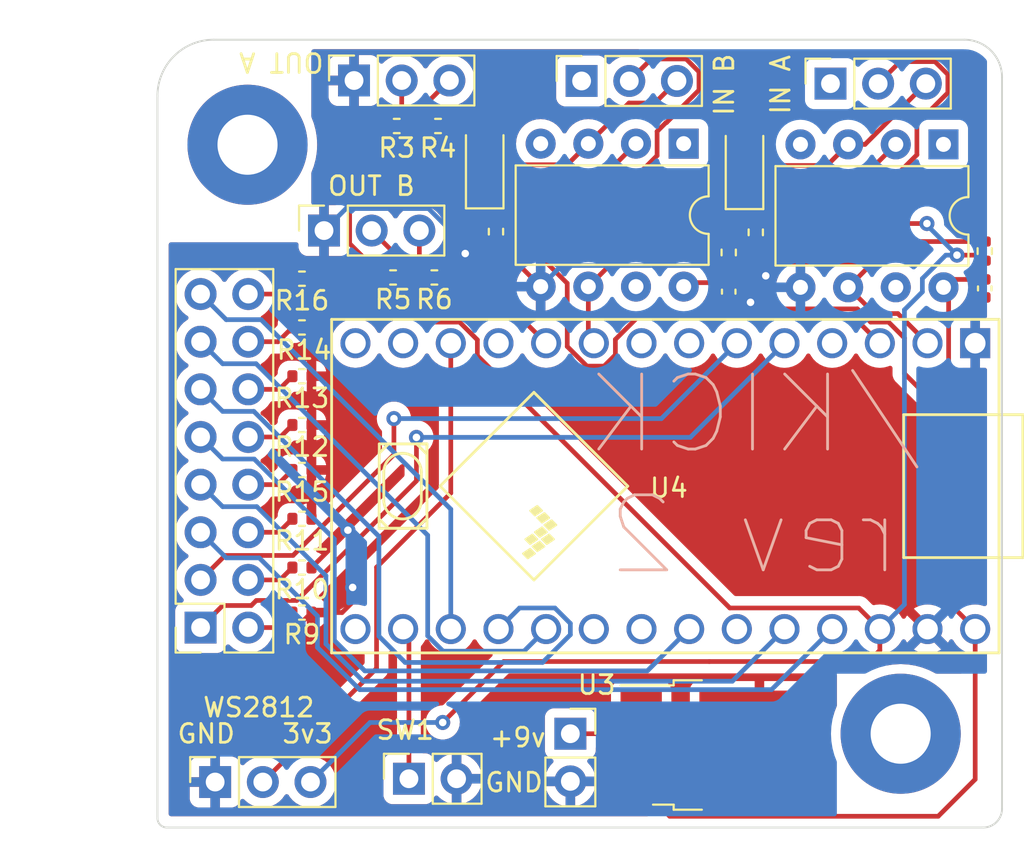
<source format=kicad_pcb>
(kicad_pcb (version 20211014) (generator pcbnew)
  (layers (0 "F.Cu" signal) (31 "B.Cu" signal) (34 "B.Paste" user) (35 "F.Paste" user) (36 "B.SilkS" user "B.Silkscreen") (37 "F.SilkS" user "F.Silkscreen") (38 "B.Mask" user) (39 "F.Mask" user) (44 "Edge.Cuts" user))
  (net 0 "")
  (net 1 "+5V")
  (net 2 "GND")
  (net 3 "Net-(D1-Pad1)")
  (net 4 "Net-(D1-Pad2)")
  (net 5 "Net-(D2-Pad1)")
  (net 6 "Net-(D2-Pad2)")
  (net 7 "+3V3")
  (net 8 "Net-(R4-Pad1)")
  (net 9 "Net-(R8-Pad1)")
  (net 15 "Net-(R6-Pad1)")
  (net 16 "Net-(R7-Pad1)")
  (net 22 "Net-(U4-Pad12)")
  (net 23 "Net-(J1-Pad2)")
  (net 24 "Net-(J2-Pad2)")
  (net 25 "Net-(J3-Pad2)")
  (net 26 "Net-(J3-Pad3)")
  (net 27 "Net-(J4-Pad2)")
  (net 28 "Net-(J4-Pad3)")
  (net 33 "Net-(J5-Pad1)")
  (net 37 "LED1")
  (net 39 "LED2")
  (net 40 "LED3")
  (net 41 "LED4")
  (net 42 "LED5")
  (net 43 "LED6")
  (net 44 "LED7")
  (net 45 "LED8")
  (net 46 "Net-(R12-Pad2)")
  (net 47 "Net-(R15-Pad2)")
  (net 48 "Net-(R11-Pad2)")
  (net 49 "Net-(R10-Pad2)")
  (net 50 "Net-(R9-Pad2)")
  (net 51 "Net-(U4-Pad21)")
  (net 52 "Net-(J6-Pad12)")
  (net 53 "Net-(J6-Pad14)")
  (net 54 "Net-(J6-Pad16)")
  (footprint "Resistor_SMD:R_0402_1005Metric" (layer "F.Cu") (at 213.95 62.6 180)
    (fp_text reference "R4" (at 0 -1.17) (layer "F.SilkS"))
    (fp_text value "47")
    (pad "1" smd roundrect (at -0.51 0 180) (size 0.54 0.64) (layers "F.Cu" "F.Paste" "F.Mask") (net 8 "Net-(R4-Pad1)"))
    (pad "2" smd roundrect (at 0.51 0 180) (size 0.54 0.64) (layers "F.Cu" "F.Paste" "F.Mask") (net 26 "Net-(J3-Pad3)"))
  )
  (footprint "Connector_PinSocket_2.54mm:PinSocket_1x03_P2.54mm_Vertical" (layer "F.Cu") (at 207.875 68.175 90)
    (fp_text reference "J4" hide)
    (fp_text value "MIDI OUT B")
    (pad "1" thru_hole rect (at 0 0 90) (size 1.7 1.7) (drill 1) (layers *.Cu *.Mask) (net 2 "GND"))
    (pad "2" thru_hole oval (at 0 2.54 90) (size 1.7 1.7) (drill 1) (layers *.Cu *.Mask) (net 27 "Net-(J4-Pad2)"))
    (pad "3" thru_hole oval (at 0 5.08 90) (size 1.7 1.7) (drill 1) (layers *.Cu *.Mask) (net 28 "Net-(J4-Pad3)"))
  )
  (footprint "Resistor_SMD:R_0402_1005Metric" (layer "F.Cu") (at 206.700001 86.14 180)
    (fp_text reference "R10" (at 0 -1.17) (layer "F.SilkS"))
    (fp_text value "330")
    (pad "1" smd roundrect (at -0.51 0 180) (size 0.54 0.64) (layers "F.Cu" "F.Paste" "F.Mask") (net 2 "GND"))
    (pad "2" smd roundrect (at 0.51 0 180) (size 0.54 0.64) (layers "F.Cu" "F.Paste" "F.Mask") (net 49 "Net-(R10-Pad2)"))
  )
  (footprint "Resistor_SMD:R_0402_1005Metric" (layer "F.Cu") (at 206.700001 88.54 180)
    (fp_text reference "R9" (at 0 -1.17) (layer "F.SilkS"))
    (fp_text value "330")
    (pad "1" smd roundrect (at -0.51 0 180) (size 0.54 0.64) (layers "F.Cu" "F.Paste" "F.Mask") (net 2 "GND"))
    (pad "2" smd roundrect (at 0.51 0 180) (size 0.54 0.64) (layers "F.Cu" "F.Paste" "F.Mask") (net 50 "Net-(R9-Pad2)"))
  )
  (footprint "Diode_SMD:D_SOD-123" (layer "F.Cu") (at 216.437745 64.742256 90)
    (fp_text reference "D1" hide)
    (fp_text value "1N4148")
    (pad "1" smd rect (at -1.65 0 90) (size 0.9 1.2) (layers "F.Cu" "F.Paste" "F.Mask") (net 3 "Net-(D1-Pad1)"))
    (pad "2" smd rect (at 1.65 0 90) (size 0.9 1.2) (layers "F.Cu" "F.Paste" "F.Mask") (net 4 "Net-(D1-Pad2)"))
  )
  (footprint "Resistor_SMD:R_0402_1005Metric" (layer "F.Cu") (at 243.08 69.27 -90)
    (fp_text reference "R8" hide)
    (fp_text value "470")
    (pad "1" smd roundrect (at -0.51 0 270) (size 0.54 0.64) (layers "F.Cu" "F.Paste" "F.Mask") (net 9 "Net-(R8-Pad1)"))
    (pad "2" smd roundrect (at 0.51 0 270) (size 0.54 0.64) (layers "F.Cu" "F.Paste" "F.Mask") (net 7 "+3V3"))
  )
  (footprint "Connector_PinSocket_2.54mm:PinSocket_1x03_P2.54mm_Vertical" (layer "F.Cu") (at 209.475 60.175 90)
    (fp_text reference "J3" hide)
    (fp_text value "MIDI OUT A")
    (pad "1" thru_hole rect (at 0 0 90) (size 1.7 1.7) (drill 1) (layers *.Cu *.Mask) (net 2 "GND"))
    (pad "2" thru_hole oval (at 0 2.54 90) (size 1.7 1.7) (drill 1) (layers *.Cu *.Mask) (net 25 "Net-(J3-Pad2)"))
    (pad "3" thru_hole oval (at 0 5.08 90) (size 1.7 1.7) (drill 1) (layers *.Cu *.Mask) (net 26 "Net-(J3-Pad3)"))
  )
  (footprint "Resistor_SMD:R_0402_1005Metric" (layer "F.Cu") (at 217.037745 68.232256 90)
    (fp_text reference "R1" hide)
    (fp_text value "220")
    (pad "1" smd roundrect (at -0.51 0 90) (size 0.54 0.64) (layers "F.Cu" "F.Paste" "F.Mask") (net 23 "Net-(J1-Pad2)"))
    (pad "2" smd roundrect (at 0.51 0 90) (size 0.54 0.64) (layers "F.Cu" "F.Paste" "F.Mask") (net 3 "Net-(D1-Pad1)"))
  )
  (footprint "Connector_PinSocket_2.54mm:PinSocket_1x02_P2.54mm_Vertical" (layer "F.Cu") (at 212.4 97.4 90)
    (fp_text reference "SW1" (at 2.6 -0.2 180) (layer "F.SilkS"))
    (fp_text value "SW_Push")
    (pad "1" thru_hole rect (at 0 0 90) (size 1.7 1.7) (drill 1) (layers *.Cu *.Mask) (net 51 "Net-(U4-Pad21)"))
    (pad "2" thru_hole oval (at 0 2.54 90) (size 1.7 1.7) (drill 1) (layers *.Cu *.Mask) (net 2 "GND"))
  )
  (footprint "Resistor_SMD:R_0402_1005Metric" (layer "F.Cu") (at 211.555 70.675 180)
    (fp_text reference "R5" (at 0 -1.17) (layer "F.SilkS"))
    (fp_text value "47")
    (pad "1" smd roundrect (at -0.51 0 180) (size 0.54 0.64) (layers "F.Cu" "F.Paste" "F.Mask") (net 27 "Net-(J4-Pad2)"))
    (pad "2" smd roundrect (at 0.51 0 180) (size 0.54 0.64) (layers "F.Cu" "F.Paste" "F.Mask") (net 7 "+3V3"))
  )
  (footprint "Resistor_SMD:R_0402_1005Metric" (layer "F.Cu") (at 213.755 70.675 180)
    (fp_text reference "R6" (at 0 -1.17) (layer "F.SilkS"))
    (fp_text value "47")
    (pad "1" smd roundrect (at -0.51 0 180) (size 0.54 0.64) (layers "F.Cu" "F.Paste" "F.Mask") (net 15 "Net-(R6-Pad1)"))
    (pad "2" smd roundrect (at 0.51 0 180) (size 0.54 0.64) (layers "F.Cu" "F.Paste" "F.Mask") (net 28 "Net-(J4-Pad3)"))
  )
  (footprint "Connector_PinSocket_2.54mm:PinSocket_1x03_P2.54mm_Vertical" (layer "F.Cu") (at 221.6 60.2 90)
    (fp_text reference "J1" hide)
    (fp_text value "MIDI IN B")
    (pad "1" thru_hole rect (at 0 0 90) (size 1.7 1.7) (drill 1) (layers *.Cu *.Mask))
    (pad "2" thru_hole oval (at 0 2.54 90) (size 1.7 1.7) (drill 1) (layers *.Cu *.Mask) (net 23 "Net-(J1-Pad2)"))
    (pad "3" thru_hole oval (at 0 5.08 90) (size 1.7 1.7) (drill 1) (layers *.Cu *.Mask) (net 4 "Net-(D1-Pad2)"))
  )
  (footprint "Connector_PinSocket_2.54mm:PinSocket_2x08_P2.54mm_Vertical" (layer "F.Cu") (at 201.300001 89.34 180)
    (fp_text reference "J6" hide)
    (fp_text value "Conn_02x08_Counter_Clockwise")
    (pad "1" thru_hole rect (at 0 0 180) (size 1.7 1.7) (drill 1) (layers *.Cu *.Mask) (net 37 "LED1"))
    (pad "2" thru_hole oval (at -2.54 0 180) (size 1.7 1.7) (drill 1) (layers *.Cu *.Mask) (net 50 "Net-(R9-Pad2)"))
    (pad "3" thru_hole oval (at 0 2.54 180) (size 1.7 1.7) (drill 1) (layers *.Cu *.Mask) (net 39 "LED2"))
    (pad "4" thru_hole oval (at -2.54 2.54 180) (size 1.7 1.7) (drill 1) (layers *.Cu *.Mask) (net 49 "Net-(R10-Pad2)"))
    (pad "5" thru_hole oval (at 0 5.08 180) (size 1.7 1.7) (drill 1) (layers *.Cu *.Mask) (net 40 "LED3"))
    (pad "6" thru_hole oval (at -2.54 5.08 180) (size 1.7 1.7) (drill 1) (layers *.Cu *.Mask) (net 48 "Net-(R11-Pad2)"))
    (pad "7" thru_hole oval (at 0 7.62 180) (size 1.7 1.7) (drill 1) (layers *.Cu *.Mask) (net 41 "LED4"))
    (pad "8" thru_hole oval (at -2.54 7.62 180) (size 1.7 1.7) (drill 1) (layers *.Cu *.Mask) (net 47 "Net-(R15-Pad2)"))
    (pad "9" thru_hole oval (at 0 10.16 180) (size 1.7 1.7) (drill 1) (layers *.Cu *.Mask) (net 42 "LED5"))
    (pad "10" thru_hole oval (at -2.54 10.16 180) (size 1.7 1.7) (drill 1) (layers *.Cu *.Mask) (net 46 "Net-(R12-Pad2)"))
    (pad "11" thru_hole oval (at 0 12.7 180) (size 1.7 1.7) (drill 1) (layers *.Cu *.Mask) (net 43 "LED6"))
    (pad "12" thru_hole oval (at -2.54 12.7 180) (size 1.7 1.7) (drill 1) (layers *.Cu *.Mask) (net 52 "Net-(J6-Pad12)"))
    (pad "13" thru_hole oval (at 0 15.24 180) (size 1.7 1.7) (drill 1) (layers *.Cu *.Mask) (net 44 "LED7"))
    (pad "14" thru_hole oval (at -2.54 15.24 180) (size 1.7 1.7) (drill 1) (layers *.Cu *.Mask) (net 53 "Net-(J6-Pad14)"))
    (pad "15" thru_hole oval (at 0 17.78 180) (size 1.7 1.7) (drill 1) (layers *.Cu *.Mask) (net 45 "LED8"))
    (pad "16" thru_hole oval (at -2.54 17.78 180) (size 1.7 1.7) (drill 1) (layers *.Cu *.Mask) (net 54 "Net-(J6-Pad16)"))
  )
  (footprint "clarinoid2:Teensy_LC" (layer "F.Cu") (at 226.06 81.8 180)
    (fp_text reference "U4" (at -0.19 -0.1 180) (layer "F.SilkS"))
    (fp_text value "Teensy-LC")
    (pad "1" thru_hole rect (at -16.51 7.62 180) (size 1.6 1.6) (drill 1.1) (layers *.Cu *.Mask) (net 2 "GND"))
    (pad "2" thru_hole circle (at -13.97 7.62 180) (size 1.6 1.6) (drill 1.1) (layers *.Cu *.Mask) (net 9 "Net-(R8-Pad1)"))
    (pad "3" thru_hole circle (at -11.43 7.62 180) (size 1.6 1.6) (drill 1.1) (layers *.Cu *.Mask) (net 8 "Net-(R4-Pad1)"))
    (pad "4" thru_hole circle (at -8.89 7.62 180) (size 1.6 1.6) (drill 1.1) (layers *.Cu *.Mask))
    (pad "5" thru_hole circle (at -6.35 7.62 180) (size 1.6 1.6) (drill 1.1) (layers *.Cu *.Mask) (net 37 "LED1"))
    (pad "6" thru_hole circle (at -3.81 7.62 180) (size 1.6 1.6) (drill 1.1) (layers *.Cu *.Mask) (net 39 "LED2"))
    (pad "7" thru_hole circle (at -1.27 7.62 180) (size 1.6 1.6) (drill 1.1) (layers *.Cu *.Mask))
    (pad "8" thru_hole circle (at 1.27 7.62 180) (size 1.6 1.6) (drill 1.1) (layers *.Cu *.Mask))
    (pad "9" thru_hole circle (at 3.81 7.62 180) (size 1.6 1.6) (drill 1.1) (layers *.Cu *.Mask) (net 16 "Net-(R7-Pad1)"))
    (pad "10" thru_hole circle (at 6.35 7.62 180) (size 1.6 1.6) (drill 1.1) (layers *.Cu *.Mask) (net 15 "Net-(R6-Pad1)"))
    (pad "11" thru_hole circle (at 8.89 7.62 180) (size 1.6 1.6) (drill 1.1) (layers *.Cu *.Mask))
    (pad "12" thru_hole circle (at 11.43 7.62 180) (size 1.6 1.6) (drill 1.1) (layers *.Cu *.Mask) (net 22 "Net-(U4-Pad12)"))
    (pad "13" thru_hole circle (at 13.97 7.62 180) (size 1.6 1.6) (drill 1.1) (layers *.Cu *.Mask))
    (pad "14" thru_hole circle (at 16.51 7.62 180) (size 1.6 1.6) (drill 1.1) (layers *.Cu *.Mask))
    (pad "20" thru_hole circle (at 16.51 -7.62 180) (size 1.6 1.6) (drill 1.1) (layers *.Cu *.Mask))
    (pad "21" thru_hole circle (at 13.97 -7.62 180) (size 1.6 1.6) (drill 1.1) (layers *.Cu *.Mask) (net 51 "Net-(U4-Pad21)"))
    (pad "22" thru_hole circle (at 11.43 -7.62 180) (size 1.6 1.6) (drill 1.1) (layers *.Cu *.Mask) (net 45 "LED8"))
    (pad "23" thru_hole circle (at 8.89 -7.62 180) (size 1.6 1.6) (drill 1.1) (layers *.Cu *.Mask) (net 43 "LED6"))
    (pad "24" thru_hole circle (at 6.35 -7.62 180) (size 1.6 1.6) (drill 1.1) (layers *.Cu *.Mask) (net 44 "LED7"))
    (pad "25" thru_hole circle (at 3.81 -7.62 180) (size 1.6 1.6) (drill 1.1) (layers *.Cu *.Mask))
    (pad "26" thru_hole circle (at 1.27 -7.62 180) (size 1.6 1.6) (drill 1.1) (layers *.Cu *.Mask))
    (pad "27" thru_hole circle (at -1.27 -7.62 180) (size 1.6 1.6) (drill 1.1) (layers *.Cu *.Mask) (net 42 "LED5"))
    (pad "28" thru_hole circle (at -3.81 -7.62 180) (size 1.6 1.6) (drill 1.1) (layers *.Cu *.Mask))
    (pad "29" thru_hole circle (at -6.35 -7.62 180) (size 1.6 1.6) (drill 1.1) (layers *.Cu *.Mask) (net 41 "LED4"))
    (pad "30" thru_hole circle (at -8.89 -7.62 180) (size 1.6 1.6) (drill 1.1) (layers *.Cu *.Mask) (net 40 "LED3"))
    (pad "31" thru_hole circle (at -11.43 -7.62 180) (size 1.6 1.6) (drill 1.1) (layers *.Cu *.Mask) (net 7 "+3V3"))
    (pad "32" thru_hole circle (at -13.97 -7.62 180) (size 1.6 1.6) (drill 1.1) (layers *.Cu *.Mask) (net 2 "GND"))
    (pad "33" thru_hole circle (at -16.51 -7.62 180) (size 1.6 1.6) (drill 1.1) (layers *.Cu *.Mask) (net 1 "+5V"))
  )
  (footprint "Connector_PinSocket_2.54mm:PinSocket_1x03_P2.54mm_Vertical" (layer "F.Cu") (at 234.86 60.342256 90)
    (fp_text reference "J2" hide)
    (fp_text value "MIDI IN A")
    (pad "1" thru_hole rect (at 0 0 90) (size 1.7 1.7) (drill 1) (layers *.Cu *.Mask))
    (pad "2" thru_hole oval (at 0 2.54 90) (size 1.7 1.7) (drill 1) (layers *.Cu *.Mask) (net 24 "Net-(J2-Pad2)"))
    (pad "3" thru_hole oval (at 0 5.08 90) (size 1.7 1.7) (drill 1) (layers *.Cu *.Mask) (net 6 "Net-(D2-Pad2)"))
  )
  (footprint "Resistor_SMD:R_0402_1005Metric" (layer "F.Cu") (at 230.88 68.27 90)
    (fp_text reference "R2" hide)
    (fp_text value "220")
    (pad "1" smd roundrect (at -0.51 0 90) (size 0.54 0.64) (layers "F.Cu" "F.Paste" "F.Mask") (net 24 "Net-(J2-Pad2)"))
    (pad "2" smd roundrect (at 0.51 0 90) (size 0.54 0.64) (layers "F.Cu" "F.Paste" "F.Mask") (net 5 "Net-(D2-Pad1)"))
  )
  (footprint "Resistor_SMD:R_0402_1005Metric" (layer "F.Cu") (at 206.700001 70.74 180)
    (fp_text reference "R16" (at 0 -1.17) (layer "F.SilkS"))
    (fp_text value "330")
    (pad "1" smd roundrect (at -0.51 0 180) (size 0.54 0.64) (layers "F.Cu" "F.Paste" "F.Mask") (net 2 "GND"))
    (pad "2" smd roundrect (at 0.51 0 180) (size 0.54 0.64) (layers "F.Cu" "F.Paste" "F.Mask") (net 54 "Net-(J6-Pad16)"))
  )
  (footprint "Capacitor_SMD:C_0402_1005Metric" (layer "F.Cu") (at 229.437745 71.432256 -90)
    (fp_text reference "C1" hide)
    (fp_text value "0.1uF")
    (pad "1" smd roundrect (at -0.48 0 270) (size 0.56 0.62) (layers "F.Cu" "F.Paste" "F.Mask") (net 1 "+5V"))
    (pad "2" smd roundrect (at 0.48 0 270) (size 0.56 0.62) (layers "F.Cu" "F.Paste" "F.Mask") (net 2 "GND"))
  )
  (footprint "Package_DIP:DIP-8_W7.62mm" (layer "F.Cu") (at 240.88 63.58 -90)
    (fp_text reference "U2" hide)
    (fp_text value "6N138")
    (pad "1" thru_hole rect (at 0 0 270) (size 1.6 1.6) (drill 0.8) (layers *.Cu *.Mask))
    (pad "2" thru_hole oval (at 0 2.54 270) (size 1.6 1.6) (drill 0.8) (layers *.Cu *.Mask) (net 5 "Net-(D2-Pad1)"))
    (pad "3" thru_hole oval (at 0 5.08 270) (size 1.6 1.6) (drill 0.8) (layers *.Cu *.Mask) (net 6 "Net-(D2-Pad2)"))
    (pad "4" thru_hole oval (at 0 7.62 270) (size 1.6 1.6) (drill 0.8) (layers *.Cu *.Mask))
    (pad "5" thru_hole oval (at 7.62 7.62 270) (size 1.6 1.6) (drill 0.8) (layers *.Cu *.Mask) (net 2 "GND"))
    (pad "6" thru_hole oval (at 7.62 5.08 270) (size 1.6 1.6) (drill 0.8) (layers *.Cu *.Mask) (net 9 "Net-(R8-Pad1)"))
    (pad "7" thru_hole oval (at 7.62 2.54 270) (size 1.6 1.6) (drill 0.8) (layers *.Cu *.Mask))
    (pad "8" thru_hole oval (at 7.62 0 270) (size 1.6 1.6) (drill 0.8) (layers *.Cu *.Mask) (net 1 "+5V"))
  )
  (footprint "Resistor_SMD:R_0402_1005Metric" (layer "F.Cu") (at 206.700001 75.94 180)
    (fp_text reference "R13" (at 0 -1.17) (layer "F.SilkS"))
    (fp_text value "330")
    (pad "1" smd roundrect (at -0.51 0 180) (size 0.54 0.64) (layers "F.Cu" "F.Paste" "F.Mask") (net 2 "GND"))
    (pad "2" smd roundrect (at 0.51 0 180) (size 0.54 0.64) (layers "F.Cu" "F.Paste" "F.Mask") (net 52 "Net-(J6-Pad12)"))
  )
  (footprint "Resistor_SMD:R_0402_1005Metric" (layer "F.Cu") (at 211.75 62.6 180)
    (fp_text reference "R3" (at 0 -1.17) (layer "F.SilkS"))
    (fp_text value "47")
    (pad "1" smd roundrect (at -0.51 0 180) (size 0.54 0.64) (layers "F.Cu" "F.Paste" "F.Mask") (net 25 "Net-(J3-Pad2)"))
    (pad "2" smd roundrect (at 0.51 0 180) (size 0.54 0.64) (layers "F.Cu" "F.Paste" "F.Mask") (net 7 "+3V3"))
  )
  (footprint "Resistor_SMD:R_0402_1005Metric" (layer "F.Cu") (at 206.700001 73.34 180)
    (fp_text reference "R14" (at -0.11 -1.2) (layer "F.SilkS"))
    (fp_text value "330")
    (pad "1" smd roundrect (at -0.51 0 180) (size 0.54 0.64) (layers "F.Cu" "F.Paste" "F.Mask") (net 2 "GND"))
    (pad "2" smd roundrect (at 0.51 0 180) (size 0.54 0.64) (layers "F.Cu" "F.Paste" "F.Mask") (net 53 "Net-(J6-Pad14)"))
  )
  (footprint "Diode_SMD:D_SOD-123" (layer "F.Cu") (at 230.28 64.78 90)
    (fp_text reference "D2" hide)
    (fp_text value "1N4148")
    (pad "1" smd rect (at -1.65 0 90) (size 0.9 1.2) (layers "F.Cu" "F.Paste" "F.Mask") (net 5 "Net-(D2-Pad1)"))
    (pad "2" smd rect (at 1.65 0 90) (size 0.9 1.2) (layers "F.Cu" "F.Paste" "F.Mask") (net 6 "Net-(D2-Pad2)"))
  )
  (footprint "Package_TO_SOT_SMD:TO-252-2" (layer "F.Cu") (at 228.975 95.6)
    (fp_text reference "U3" (at -6.575 -3.2) (layer "F.SilkS"))
    (fp_text value "L7805")
    (pad "1" smd rect (at -4.2 -2.28) (size 2.2 1.2) (layers "F.Cu" "F.Paste" "F.Mask") (net 33 "Net-(J5-Pad1)"))
    (pad "2" smd rect (at 2.1 0) (size 6.4 5.8) (layers "F.Cu" "F.Mask") (net 2 "GND"))
    (pad "3" smd rect (at -4.2 2.28) (size 2.2 1.2) (layers "F.Cu" "F.Paste" "F.Mask") (net 1 "+5V"))
  )
  (footprint "Resistor_SMD:R_0402_1005Metric" (layer "F.Cu") (at 206.700001 78.54 180)
    (fp_text reference "R12" (at 0 -1.17) (layer "F.SilkS"))
    (fp_text value "330")
    (pad "1" smd roundrect (at -0.51 0 180) (size 0.54 0.64) (layers "F.Cu" "F.Paste" "F.Mask") (net 2 "GND"))
    (pad "2" smd roundrect (at 0.51 0 180) (size 0.54 0.64) (layers "F.Cu" "F.Paste" "F.Mask") (net 46 "Net-(R12-Pad2)"))
  )
  (footprint "Capacitor_SMD:C_0402_1005Metric" (layer "F.Cu") (at 243.08 71.26 -90)
    (fp_text reference "C2" hide)
    (fp_text value "0.1uF")
    (pad "1" smd roundrect (at -0.48 0 270) (size 0.56 0.62) (layers "F.Cu" "F.Paste" "F.Mask") (net 1 "+5V"))
    (pad "2" smd roundrect (at 0.48 0 270) (size 0.56 0.62) (layers "F.Cu" "F.Paste" "F.Mask") (net 2 "GND"))
  )
  (footprint "Resistor_SMD:R_0402_1005Metric" (layer "F.Cu") (at 206.700001 80.94 180)
    (fp_text reference "R15" (at 0 -1.17) (layer "F.SilkS"))
    (fp_text value "330")
    (pad "1" smd roundrect (at -0.51 0 180) (size 0.54 0.64) (layers "F.Cu" "F.Paste" "F.Mask") (net 2 "GND"))
    (pad "2" smd roundrect (at 0.51 0 180) (size 0.54 0.64) (layers "F.Cu" "F.Paste" "F.Mask") (net 47 "Net-(R15-Pad2)"))
  )
  (footprint "Resistor_SMD:R_0402_1005Metric" (layer "F.Cu") (at 206.700001 83.54 180)
    (fp_text reference "R11" (at 0 -1.17) (layer "F.SilkS"))
    (fp_text value "330")
    (pad "1" smd roundrect (at -0.51 0 180) (size 0.54 0.64) (layers "F.Cu" "F.Paste" "F.Mask") (net 2 "GND"))
    (pad "2" smd roundrect (at 0.51 0 180) (size 0.54 0.64) (layers "F.Cu" "F.Paste" "F.Mask") (net 48 "Net-(R11-Pad2)"))
  )
  (footprint "MountingHole:MountingHole_3.2mm_M3_Pad" (layer "F.Cu") (at 238.6 95)
    (fp_text reference "H1" hide)
    (fp_text value "MountingHole")
    (pad "1" thru_hole circle (at 0 0) (size 6.4 6.4) (drill 3.2) (layers *.Cu *.Mask))
  )
  (footprint "Connector_PinSocket_2.54mm:PinSocket_1x03_P2.54mm_Vertical" (layer "F.Cu") (at 202.075 97.575 90)
    (fp_text reference "U5" hide)
    (fp_text value "WS2812")
    (pad "1" thru_hole rect (at 0 0 90) (size 1.7 1.7) (drill 1) (layers *.Cu *.Mask) (net 2 "GND"))
    (pad "2" thru_hole oval (at 0 2.54 90) (size 1.7 1.7) (drill 1) (layers *.Cu *.Mask) (net 22 "Net-(U4-Pad12)"))
    (pad "3" thru_hole oval (at 0 5.08 90) (size 1.7 1.7) (drill 1) (layers *.Cu *.Mask) (net 7 "+3V3"))
  )
  (footprint "MountingHole:MountingHole_3.2mm_M3_Pad" (layer "F.Cu") (at 203.8 63.6)
    (fp_text reference "H2" hide)
    (fp_text value "MountingHole")
    (pad "1" thru_hole circle (at 0 0) (size 6.4 6.4) (drill 3.2) (layers *.Cu *.Mask))
  )
  (footprint "Resistor_SMD:R_0402_1005Metric" (layer "F.Cu") (at 229.437745 69.342256 -90)
    (fp_text reference "R7" hide)
    (fp_text value "470")
    (pad "1" smd roundrect (at -0.51 0 270) (size 0.54 0.64) (layers "F.Cu" "F.Paste" "F.Mask") (net 16 "Net-(R7-Pad1)"))
    (pad "2" smd roundrect (at 0.51 0 270) (size 0.54 0.64) (layers "F.Cu" "F.Paste" "F.Mask") (net 7 "+3V3"))
  )
  (footprint "Connector_PinSocket_2.54mm:PinSocket_1x02_P2.54mm_Vertical" (layer "F.Cu") (at 221 95)
    (fp_text reference "J5" hide)
    (fp_text value "Barrel_Jack")
    (pad "1" thru_hole rect (at 0 0) (size 1.7 1.7) (drill 1) (layers *.Cu *.Mask) (net 33 "Net-(J5-Pad1)"))
    (pad "2" thru_hole oval (at 0 2.54) (size 1.7 1.7) (drill 1) (layers *.Cu *.Mask) (net 2 "GND"))
  )
  (footprint "Package_DIP:DIP-8_W7.62mm" (layer "F.Cu") (at 227.037745 63.542256 -90)
    (fp_text reference "U1" hide)
    (fp_text value "6N138")
    (pad "1" thru_hole rect (at 0 0 270) (size 1.6 1.6) (drill 0.8) (layers *.Cu *.Mask))
    (pad "2" thru_hole oval (at 0 2.54 270) (size 1.6 1.6) (drill 0.8) (layers *.Cu *.Mask) (net 3 "Net-(D1-Pad1)"))
    (pad "3" thru_hole oval (at 0 5.08 270) (size 1.6 1.6) (drill 0.8) (layers *.Cu *.Mask) (net 4 "Net-(D1-Pad2)"))
    (pad "4" thru_hole oval (at 0 7.62 270) (size 1.6 1.6) (drill 0.8) (layers *.Cu *.Mask))
    (pad "5" thru_hole oval (at 7.62 7.62 270) (size 1.6 1.6) (drill 0.8) (layers *.Cu *.Mask) (net 2 "GND"))
    (pad "6" thru_hole oval (at 7.62 5.08 270) (size 1.6 1.6) (drill 0.8) (layers *.Cu *.Mask) (net 16 "Net-(R7-Pad1)"))
    (pad "7" thru_hole oval (at 7.62 2.54 270) (size 1.6 1.6) (drill 0.8) (layers *.Cu *.Mask))
    (pad "8" thru_hole oval (at 7.62 0 270) (size 1.6 1.6) (drill 0.8) (layers *.Cu *.Mask) (net 1 "+5V"))
  )
  (gr_line (start 244 60) (end 244 99) (layer "Edge.Cuts") (width 0.1))
  (gr_arc (start 199 61) (mid 199.87868 58.87868) (end 202 58) (layer "Edge.Cuts") (width 0.1))
  (gr_line (start 199 99.5) (end 199 61) (layer "Edge.Cuts") (width 0.1))
  (gr_arc (start 199.5 100) (mid 199.146447 99.853553) (end 199 99.5) (layer "Edge.Cuts") (width 0.1))
  (gr_line (start 202 58) (end 242 58) (layer "Edge.Cuts") (width 0.1))
  (gr_line (start 243 100) (end 199.5 100) (layer "Edge.Cuts") (width 0.1))
  (gr_arc (start 244 99) (mid 243.707107 99.707107) (end 243 100) (layer "Edge.Cuts") (width 0.1))
  (gr_arc (start 242 58) (mid 243.414214 58.585786) (end 244 60) (layer "Edge.Cuts") (width 0.1))
  (gr_text "/KICK\nrev 2" (at 230.8 81.2) (layer "B.SilkS") (effects (font (size 4 4)) (justify mirror)))
  (gr_text "GND" (at 201.6 95) (layer "F.SilkS") (effects (font (size 1 1))))
  (gr_text "OUT A" (at 205.6 59.2 180) (layer "F.SilkS") (effects (font (size 1 1))))
  (gr_text "+9v" (at 218.2 95.2) (layer "F.SilkS") (effects (font (size 1 1))))
  (gr_text "IN A" (at 232.2 60.4 90) (layer "F.SilkS") (effects (font (size 1 1))))
  (gr_text "IN B" (at 229.2 60.4 90) (layer "F.SilkS") (effects (font (size 1 1))))
  (gr_text "WS2812" (at 204.4 93.6) (layer "F.SilkS") (effects (font (size 1 1))))
  (gr_text "3v3" (at 207 95) (layer "F.SilkS") (effects (font (size 1 1))))
  (gr_text "OUT B" (at 210.4 65.8) (layer "F.SilkS") (effects (font (size 1 1))))
  (gr_text "GND" (at 218 97.6) (layer "F.SilkS") (effects (font (size 1 1))))
  (segment (start 226.295 99.4) (end 240.6 99.4) (width 0.25) (layer "F.Cu") (net 1))
  (segment (start 241.154511 71.474511) (end 241.154511 78.154511) (width 0.25) (layer "F.Cu") (net 1))
  (segment (start 243.08 70.78) (end 241.3 70.78) (width 0.25) (layer "F.Cu") (net 1))
  (segment (start 229.437745 70.952256) (end 227.247745 70.952256) (width 0.25) (layer "F.Cu") (net 1))
  (segment (start 236.296198 72.35048) (end 232.15048 72.35048) (width 0.25) (layer "F.Cu") (net 1))
  (segment (start 240.6 99.4) (end 242.57 97.43) (width 0.25) (layer "F.Cu") (net 1))
  (segment (start 241.154511 78.154511) (end 241.154511 88.004511) (width 0.25) (layer "F.Cu") (net 1))
  (segment (start 238.8 73.8997) (end 237.955789 73.055489) (width 0.25) (layer "F.Cu") (net 1))
  (segment (start 227.247745 70.952256) (end 227.037745 71.162256) (width 0.25) (layer "F.Cu") (net 1))
  (segment (start 237.955789 73.055489) (end 237.001207 73.055489) (width 0.25) (layer "F.Cu") (net 1))
  (segment (start 238.8 75.8) (end 238.8 73.8997) (width 0.25) (layer "F.Cu") (net 1))
  (segment (start 232.15048 72.35048) (end 230.752256 70.952256) (width 0.25) (layer "F.Cu") (net 1))
  (segment (start 240.88 71.2) (end 241.154511 71.474511) (width 0.25) (layer "F.Cu") (net 1))
  (segment (start 230.752256 70.952256) (end 229.437745 70.952256) (width 0.25) (layer "F.Cu") (net 1))
  (segment (start 224.775 97.88) (end 226.295 99.4) (width 0.25) (layer "F.Cu") (net 1))
  (segment (start 242.57 97.43) (end 242.57 89.42) (width 0.25) (layer "F.Cu") (net 1))
  (segment (start 241.154511 88.004511) (end 242.57 89.42) (width 0.25) (layer "F.Cu") (net 1))
  (segment (start 241.3 70.78) (end 240.88 71.2) (width 0.25) (layer "F.Cu") (net 1))
  (segment (start 237.001207 73.055489) (end 236.296198 72.35048) (width 0.25) (layer "F.Cu") (net 1))
  (segment (start 241.154511 78.154511) (end 238.8 75.8) (width 0.25) (layer "F.Cu") (net 1))
  (segment (start 216.161691 70.161691) (end 215.4 69.4) (width 0.25) (layer "F.Cu") (net 2))
  (segment (start 233.26 71.2) (end 232.024598 71.2) (width 0.25) (layer "F.Cu") (net 2))
  (segment (start 209.4 87.2) (end 209.4 87.9797) (width 0.25) (layer "F.Cu") (net 2))
  (segment (start 229.437745 71.912256) (end 230.512256 71.912256) (width 0.25) (layer "F.Cu") (net 2))
  (segment (start 209.4 87.9797) (end 208.8397 88.54) (width 0.25) (layer "F.Cu") (net 2))
  (segment (start 209.147631 84.20237) (end 209.147631 84.147631) (width 0.25) (layer "F.Cu") (net 2))
  (segment (start 232.024598 71.2) (end 231.412299 70.587701) (width 0.25) (layer "F.Cu") (net 2))
  (segment (start 202.075 93.675001) (end 202.075 97.575) (width 0.25) (layer "F.Cu") (net 2))
  (segment (start 207.210001 88.54) (end 202.075 93.675001) (width 0.25) (layer "F.Cu") (net 2))
  (segment (start 207.210001 86.14) (end 209.147631 84.20237) (width 0.25) (layer "F.Cu") (net 2))
  (segment (start 208.8397 88.54) (end 207.210001 88.54) (width 0.25) (layer "F.Cu") (net 2))
  (segment (start 219.417745 71.162256) (end 218.41718 70.161691) (width 0.25) (layer "F.Cu") (net 2))
  (segment (start 218.41718 70.161691) (end 216.161691 70.161691) (width 0.25) (layer "F.Cu") (net 2))
  (segment (start 230.512256 71.912256) (end 230.6 72) (width 0.25) (layer "F.Cu") (net 2))
  (via (at 231.412299 70.587701) (size 0.8) (drill 0.4) (layers "F.Cu" "B.Cu") (net 2))
  (via (at 209.4 87.2) (size 0.8) (drill 0.4) (layers "F.Cu" "B.Cu") (net 2))
  (via (at 230.6 72) (size 0.8) (drill 0.4) (layers "F.Cu" "B.Cu") (net 2))
  (via (at 215.4 69.4) (size 0.8) (drill 0.4) (layers "F.Cu" "B.Cu") (net 2))
  (via (at 209.147631 84.147631) (size 0.8) (drill 0.4) (layers "F.Cu" "B.Cu") (net 2))
  (segment (start 209.049511 67.000489) (end 207.875 68.175) (width 0.25) (layer "B.Cu") (net 2))
  (segment (start 213.441499 67.000489) (end 209.049511 67.000489) (width 0.25) (layer "B.Cu") (net 2))
  (segment (start 230.862343 70.037745) (end 220.542256 70.037745) (width 0.25) (layer "B.Cu") (net 2))
  (segment (start 231.412299 70.587701) (end 230.862343 70.037745) (width 0.25) (layer "B.Cu") (net 2))
  (segment (start 220.542256 70.037745) (end 219.417745 71.162256) (width 0.25) (layer "B.Cu") (net 2))
  (segment (start 215.4 69.4) (end 215.4 68.95899) (width 0.25) (layer "B.Cu") (net 2))
  (segment (start 209.147631 84.147631) (end 209.147631 86.947631) (width 0.25) (layer "B.Cu") (net 2))
  (segment (start 215.4 68.95899) (end 213.441499 67.000489) (width 0.25) (layer "B.Cu") (net 2))
  (segment (start 230.6 71.4) (end 231.412299 70.587701) (width 0.25) (layer "B.Cu") (net 2))
  (segment (start 209.147631 86.947631) (end 209.4 87.2) (width 0.25) (layer "B.Cu") (net 2))
  (segment (start 230.6 72) (end 230.6 71.4) (width 0.25) (layer "B.Cu") (net 2))
  (segment (start 216.437745 67.122256) (end 217.037745 67.722256) (width 0.25) (layer "F.Cu") (net 3))
  (segment (start 224.497745 63.542256) (end 221.647745 66.392256) (width 0.25) (layer "F.Cu") (net 3))
  (segment (start 221.647745 66.392256) (end 216.437745 66.392256) (width 0.25) (layer "F.Cu") (net 3))
  (segment (start 216.437745 66.392256) (end 216.437745 67.122256) (width 0.25) (layer "F.Cu") (net 3))
  (segment (start 216.437745 63.092256) (end 218.012256 64.666767) (width 0.25) (layer "F.Cu") (net 4))
  (segment (start 220.833234 64.666767) (end 221.957745 63.542256) (width 0.25) (layer "F.Cu") (net 4))
  (segment (start 226.68 60.2) (end 225.505489 61.374511) (width 0.25) (layer "F.Cu") (net 4))
  (segment (start 225.505489 61.374511) (end 224.12549 61.374511) (width 0.25) (layer "F.Cu") (net 4))
  (segment (start 218.012256 64.666767) (end 220.833234 64.666767) (width 0.25) (layer "F.Cu") (net 4))
  (segment (start 224.12549 61.374511) (end 221.957745 63.542256) (width 0.25) (layer "F.Cu") (net 4))
  (segment (start 230.28 66.43) (end 230.28 67.16) (width 0.25) (layer "F.Cu") (net 5))
  (segment (start 235.49 66.43) (end 230.28 66.43) (width 0.25) (layer "F.Cu") (net 5))
  (segment (start 238.34 63.58) (end 235.49 66.43) (width 0.25) (layer "F.Cu") (net 5))
  (segment (start 230.28 67.16) (end 230.88 67.76) (width 0.25) (layer "F.Cu") (net 5))
  (segment (start 235.8 63.58) (end 234.675489 64.704511) (width 0.25) (layer "F.Cu") (net 6))
  (segment (start 239.94 60.342256) (end 236.702256 63.58) (width 0.25) (layer "F.Cu") (net 6))
  (segment (start 234.675489 64.704511) (end 231.854511 64.704511) (width 0.25) (layer "F.Cu") (net 6))
  (segment (start 236.702256 63.58) (end 235.8 63.58) (width 0.25) (layer "F.Cu") (net 6))
  (segment (start 231.854511 64.704511) (end 230.28 63.13) (width 0.25) (layer "F.Cu") (net 6))
  (segment (start 229.495489 88.295489) (end 236.365489 88.295489) (width 0.25) (layer "F.Cu") (net 7))
  (segment (start 209.240489 66.759511) (end 209.240489 68.870489) (width 0.25) (layer "F.Cu") (net 7))
  (segment (start 211.24 62.6) (end 211.24 64.76) (width 0.25) (layer "F.Cu") (net 7))
  (segment (start 236.89089 91.15048) (end 228.4 91.15048) (width 0.25) (layer "F.Cu") (net 7))
  (segment (start 211.24 64.76) (end 209.240489 66.759511) (width 0.25) (layer "F.Cu") (net 7))
  (segment (start 242.7845 69.4845) (end 243.08 69.78) (width 0.25) (layer "F.Cu") (net 7))
  (segment (start 237.49 90.55137) (end 236.89089 91.15048) (width 0.25) (layer "F.Cu") (net 7))
  (segment (start 215.100978 73.055489) (end 216.045489 74) (width 0.25) (layer "F.Cu") (net 7))
  (segment (start 236.365489 88.295489) (end 237.49 89.42) (width 0.25) (layer "F.Cu") (net 7))
  (segment (start 228.4 91.15048) (end 217.44952 91.15048) (width 0.25) (layer "F.Cu") (net 7))
  (segment (start 209.240489 68.870489) (end 211.045 70.675) (width 0.25) (layer "F.Cu") (net 7))
  (segment (start 216.045489 74) (end 216.045489 74.845489) (width 0.25) (layer "F.Cu") (net 7))
  (segment (start 216.045489 74.845489) (end 229.495489 88.295489) (width 0.25) (layer "F.Cu") (net 7))
  (segment (start 211.045 70.675) (end 213.425489 73.055489) (width 0.25) (layer "F.Cu") (net 7))
  (segment (start 217.44952 91.15048) (end 214.2 94.4) (width 0.25) (layer "F.Cu") (net 7))
  (segment (start 213.425489 73.055489) (end 215.100978 73.055489) (width 0.25) (layer "F.Cu") (net 7))
  (segment (start 238.564283 67.8) (end 240 67.8) (width 0.25) (layer "F.Cu") (net 7))
  (segment (start 241.6 69.4845) (end 242.7845 69.4845) (width 0.25) (layer "F.Cu") (net 7))
  (segment (start 237.49 89.42) (end 237.49 90.55137) (width 0.25) (layer "F.Cu") (net 7))
  (segment (start 229.437745 69.852256) (end 236.512026 69.852256) (width 0.25) (layer "F.Cu") (net 7))
  (segment (start 236.512026 69.852256) (end 238.564283 67.8) (width 0.25) (layer "F.Cu") (net 7))
  (via (at 240 67.8) (size 0.8) (drill 0.4) (layers "F.Cu" "B.Cu") (net 7))
  (via (at 241.6 69.4845) (size 0.8) (drill 0.4) (layers "F.Cu" "B.Cu") (net 7))
  (via (at 214.2 94.4) (size 0.8) (drill 0.4) (layers "F.Cu" "B.Cu") (net 7))
  (segment (start 239.755489 70.734211) (end 241.0052 69.4845) (width 0.25) (layer "B.Cu") (net 7))
  (segment (start 239.755489 71.444511) (end 239.755489 70.734211) (width 0.25) (layer "B.Cu") (net 7))
  (segment (start 210.33 94.4) (end 207.155 97.575) (width 0.25) (layer "B.Cu") (net 7))
  (segment (start 238.8 88.11) (end 238.8 72.4) (width 0.25) (layer "B.Cu") (net 7))
  (segment (start 240 67.8845) (end 241.6 69.4845) (width 0.25) (layer "B.Cu") (net 7))
  (segment (start 240 67.8) (end 240 67.8845) (width 0.25) (layer "B.Cu") (net 7))
  (segment (start 241.0052 69.4845) (end 241.6 69.4845) (width 0.25) (layer "B.Cu") (net 7))
  (segment (start 214.2 94.4) (end 210.33 94.4) (width 0.25) (layer "B.Cu") (net 7))
  (segment (start 238.8 72.4) (end 239.755489 71.444511) (width 0.25) (layer "B.Cu") (net 7))
  (segment (start 237.49 89.42) (end 238.8 88.11) (width 0.25) (layer "B.Cu") (net 7))
  (segment (start 220.834511 74.354811) (end 221.8797 75.4) (width 0.25) (layer "F.Cu") (net 8))
  (segment (start 221.8797 75.4) (end 222.8 75.4) (width 0.25) (layer "F.Cu") (net 8))
  (segment (start 220.834511 73.234511) (end 220.834511 74.354811) (width 0.25) (layer "F.Cu") (net 8))
  (segment (start 224.5797 72.8) (end 236.11 72.8) (width 0.25) (layer "F.Cu") (net 8))
  (segment (start 220.833234 73.233234) (end 220.833234 70.987445) (width 0.25) (layer "F.Cu") (net 8))
  (segment (start 219.245789 69.4) (end 216.72 69.4) (width 0.25) (layer "F.Cu") (net 8))
  (segment (start 215.2 67.88) (end 215.2 63.34) (width 0.25) (layer "F.Cu") (net 8))
  (segment (start 220.833234 73.233234) (end 220.834511 73.234511) (width 0.25) (layer "F.Cu") (net 8))
  (segment (start 223.4 74.8) (end 223.4 73.9797) (width 0.25) (layer "F.Cu") (net 8))
  (segment (start 222.8 75.4) (end 223.4 74.8) (width 0.25) (layer "F.Cu") (net 8))
  (segment (start 223.4 73.9797) (end 224.5797 72.8) (width 0.25) (layer "F.Cu") (net 8))
  (segment (start 216.72 69.4) (end 215.2 67.88) (width 0.25) (layer "F.Cu") (net 8))
  (segment (start 215.2 63.34) (end 214.46 62.6) (width 0.25) (layer "F.Cu") (net 8))
  (segment (start 236.11 72.8) (end 237.49 74.18) (width 0.25) (layer "F.Cu") (net 8))
  (segment (start 220.833234 70.987445) (end 219.245789 69.4) (width 0.25) (layer "F.Cu") (net 8))
  (segment (start 237.2 72.6) (end 238.45 72.6) (width 0.25) (layer "F.Cu") (net 9))
  (segment (start 235.8 71.2) (end 237.2 72.6) (width 0.25) (layer "F.Cu") (net 9))
  (segment (start 238.24 68.76) (end 235.8 71.2) (width 0.25) (layer "F.Cu") (net 9))
  (segment (start 243.08 68.76) (end 238.24 68.76) (width 0.25) (layer "F.Cu") (net 9))
  (segment (start 238.45 72.6) (end 240.03 74.18) (width 0.25) (layer "F.Cu") (net 9))
  (segment (start 216.205 70.675) (end 219.71 74.18) (width 0.25) (layer "F.Cu") (net 15))
  (segment (start 214.265 70.675) (end 216.205 70.675) (width 0.25) (layer "F.Cu") (net 15))
  (segment (start 229.437745 68.832256) (end 224.287745 68.832256) (width 0.25) (layer "F.Cu") (net 16))
  (segment (start 221.957745 73.887745) (end 222.25 74.18) (width 0.25) (layer "F.Cu") (net 16))
  (segment (start 224.287745 68.832256) (end 221.957745 71.162256) (width 0.25) (layer "F.Cu") (net 16))
  (segment (start 221.957745 71.162256) (end 221.957745 73.887745) (width 0.25) (layer "F.Cu") (net 16))
  (segment (start 214.63 82.17) (end 214.63 74.18) (width 0.25) (layer "F.Cu") (net 22))
  (segment (start 210.674511 86.125489) (end 214.63 82.17) (width 0.25) (layer "F.Cu") (net 22))
  (segment (start 204.615 97.575) (end 210.674511 91.515489) (width 0.25) (layer "F.Cu") (net 22))
  (segment (start 210.674511 91.515489) (end 210.674511 86.125489) (width 0.25) (layer "F.Cu") (net 22))
  (segment (start 225.622256 62.890978) (end 225.622256 64.177744) (width 0.25) (layer "F.Cu") (net 23))
  (segment (start 226.095489 62.417745) (end 225.622256 62.890978) (width 0.25) (layer "F.Cu") (net 23))
  (segment (start 227.854511 59.713501) (end 227.854511 60.686499) (width 0.25) (layer "F.Cu") (net 23))
  (segment (start 227.166499 59.025489) (end 227.854511 59.713501) (width 0.25) (layer "F.Cu") (net 23))
  (segment (start 224.14 60.2) (end 225.314511 59.025489) (width 0.25) (layer "F.Cu") (net 23))
  (segment (start 226.123265 62.417745) (end 226.095489 62.417745) (width 0.25) (layer "F.Cu") (net 23))
  (segment (start 227.854511 60.686499) (end 226.123265 62.417745) (width 0.25) (layer "F.Cu") (net 23))
  (segment (start 221.057744 68.742256) (end 217.037745 68.742256) (width 0.25) (layer "F.Cu") (net 23))
  (segment (start 225.622256 64.177744) (end 221.057744 68.742256) (width 0.25) (layer "F.Cu") (net 23))
  (segment (start 225.314511 59.025489) (end 227.166499 59.025489) (width 0.25) (layer "F.Cu") (net 23))
  (segment (start 234.82 68.78) (end 230.88 68.78) (width 0.25) (layer "F.Cu") (net 24))
  (segment (start 239.464511 62.478755) (end 239.464511 64.135489) (width 0.25) (layer "F.Cu") (net 24))
  (segment (start 241.114511 60.828755) (end 239.464511 62.478755) (width 0.25) (layer "F.Cu") (net 24))
  (segment (start 237.4 60.342256) (end 238.574511 59.167745) (width 0.25) (layer "F.Cu") (net 24))
  (segment (start 240.426499 59.167745) (end 241.114511 59.855757) (width 0.25) (layer "F.Cu") (net 24))
  (segment (start 241.114511 59.855757) (end 241.114511 60.828755) (width 0.25) (layer "F.Cu") (net 24))
  (segment (start 238.574511 59.167745) (end 240.426499 59.167745) (width 0.25) (layer "F.Cu") (net 24))
  (segment (start 239.464511 64.135489) (end 234.82 68.78) (width 0.25) (layer "F.Cu") (net 24))
  (segment (start 212.015 60.175) (end 212.015 62.355) (width 0.25) (layer "F.Cu") (net 25))
  (segment (start 212.015 62.355) (end 212.26 62.6) (width 0.25) (layer "F.Cu") (net 25))
  (segment (start 213.44 61.29) (end 213.44 62.6) (width 0.25) (layer "F.Cu") (net 26))
  (segment (start 214.555 60.175) (end 213.44 61.29) (width 0.25) (layer "F.Cu") (net 26))
  (segment (start 212.065 69.825) (end 212.065 70.675) (width 0.25) (layer "F.Cu") (net 27))
  (segment (start 210.415 68.175) (end 212.065 69.825) (width 0.25) (layer "F.Cu") (net 27))
  (segment (start 212.955 68.175) (end 212.955 70.385) (width 0.25) (layer "F.Cu") (net 28))
  (segment (start 212.955 70.385) (end 213.245 70.675) (width 0.25) (layer "F.Cu") (net 28))
  (segment (start 221 95) (end 223.095 95) (width 0.25) (layer "F.Cu") (net 33))
  (segment (start 223.095 95) (end 224.775 93.32) (width 0.25) (layer "F.Cu") (net 33))
  (segment (start 204 88.165489) (end 202.474512 88.165489) (width 0.25) (layer "F.Cu") (net 37))
  (segment (start 204.270009 87.89548) (end 204 88.165489) (width 0.25) (layer "F.Cu") (net 37))
  (segment (start 206.42438 87.89548) (end 204.270009 87.89548) (width 0.25) (layer "F.Cu") (net 37))
  (segment (start 212.8 81.51986) (end 206.42438 87.89548) (width 0.25) (layer "F.Cu") (net 37))
  (segment (start 202.474512 88.165489) (end 201.300001 89.34) (width 0.25) (layer "F.Cu") (net 37))
  (segment (start 212.8 79.2) (end 212.8 81.51986) (width 0.25) (layer "F.Cu") (net 37))
  (via (at 212.8 79.2) (size 0.8) (drill 0.4) (layers "F.Cu" "B.Cu") (net 37))
  (segment (start 227.39 79.2) (end 212.8 79.2) (width 0.25) (layer "B.Cu") (net 37))
  (segment (start 232.41 74.18) (end 227.39 79.2) (width 0.25) (layer "B.Cu") (net 37))
  (segment (start 211.6 80.11986) (end 206.22438 85.49548) (width 0.25) (layer "F.Cu") (net 39))
  (segment (start 211.6 78.2) (end 211.6 80.11986) (width 0.25) (layer "F.Cu") (net 39))
  (segment (start 206.22438 85.49548) (end 202.604521 85.49548) (width 0.25) (layer "F.Cu") (net 39))
  (segment (start 202.604521 85.49548) (end 201.300001 86.8) (width 0.25) (layer "F.Cu") (net 39))
  (via (at 211.6 78.2) (size 0.8) (drill 0.4) (layers "F.Cu" "B.Cu") (net 39))
  (segment (start 225.85 78.2) (end 211.6 78.2) (width 0.25) (layer "B.Cu") (net 39))
  (segment (start 229.87 74.18) (end 225.85 78.2) (width 0.25) (layer "B.Cu") (net 39))
  (segment (start 207.526449 88.726449) (end 207.526449 90.397884) (width 0.25) (layer "B.Cu") (net 40))
  (segment (start 207.526449 90.397884) (end 209.778086 92.64952) (width 0.25) (layer "B.Cu") (net 40))
  (segment (start 209.778086 92.64952) (end 231.72048 92.64952) (width 0.25) (layer "B.Cu") (net 40))
  (segment (start 204.425489 85.625489) (end 207.526449 88.726449) (width 0.25) (layer "B.Cu") (net 40))
  (segment (start 202.66549 85.625489) (end 204.425489 85.625489) (width 0.25) (layer "B.Cu") (net 40))
  (segment (start 201.300001 84.26) (end 202.66549 85.625489) (width 0.25) (layer "B.Cu") (net 40))
  (segment (start 231.72048 92.64952) (end 234.95 89.42) (width 0.25) (layer "B.Cu") (net 40))
  (segment (start 202.474512 82.894511) (end 204.294511 82.894511) (width 0.25) (layer "B.Cu") (net 41))
  (segment (start 201.300001 81.72) (end 202.474512 82.894511) (width 0.25) (layer "B.Cu") (net 41))
  (segment (start 207.975969 86.575969) (end 207.975969 90.211686) (width 0.25) (layer "B.Cu") (net 41))
  (segment (start 209.964283 92.2) (end 229.63 92.2) (width 0.25) (layer "B.Cu") (net 41))
  (segment (start 204.294511 82.894511) (end 207.975969 86.575969) (width 0.25) (layer "B.Cu") (net 41))
  (segment (start 207.975969 90.211686) (end 209.964283 92.2) (width 0.25) (layer "B.Cu") (net 41))
  (segment (start 229.63 92.2) (end 232.41 89.42) (width 0.25) (layer "B.Cu") (net 41))
  (segment (start 225.10048 91.64952) (end 227.33 89.42) (width 0.25) (layer "B.Cu") (net 42))
  (segment (start 210.04952 91.64952) (end 225.10048 91.64952) (width 0.25) (layer "B.Cu") (net 42))
  (segment (start 204.154511 80.354511) (end 208.425489 84.625489) (width 0.25) (layer "B.Cu") (net 42))
  (segment (start 202.474512 80.354511) (end 204.154511 80.354511) (width 0.25) (layer "B.Cu") (net 42))
  (segment (start 208.425489 84.625489) (end 208.425489 90.025489) (width 0.25) (layer "B.Cu") (net 42))
  (segment (start 208.425489 90.025489) (end 210.04952 91.64952) (width 0.25) (layer "B.Cu") (net 42))
  (segment (start 201.300001 79.18) (end 202.474512 80.354511) (width 0.25) (layer "B.Cu") (net 42))
  (segment (start 204.135522 77.814511) (end 210.8 84.478989) (width 0.25) (layer "B.Cu") (net 43))
  (segment (start 210.8 89.8) (end 212.2 91.2) (width 0.25) (layer "B.Cu") (net 43))
  (segment (start 221 89.7203) (end 221 89.1197) (width 0.25) (layer "B.Cu") (net 43))
  (segment (start 212.2 91.2) (end 219.5203 91.2) (width 0.25) (layer "B.Cu") (net 43))
  (segment (start 219.5203 91.2) (end 221 89.7203) (width 0.25) (layer "B.Cu") (net 43))
  (segment (start 218.294511 88.295489) (end 217.17 89.42) (width 0.25) (layer "B.Cu") (net 43))
  (segment (start 202.474512 77.814511) (end 204.135522 77.814511) (width 0.25) (layer "B.Cu") (net 43))
  (segment (start 210.8 84.478989) (end 210.8 89.8) (width 0.25) (layer "B.Cu") (net 43))
  (segment (start 201.300001 76.64) (end 202.474512 77.814511) (width 0.25) (layer "B.Cu") (net 43))
  (segment (start 220.175789 88.295489) (end 218.294511 88.295489) (width 0.25) (layer "B.Cu") (net 43))
  (segment (start 221 89.1197) (end 220.175789 88.295489) (width 0.25) (layer "B.Cu") (net 43))
  (segment (start 213.4 89.7803) (end 214.2197 90.6) (width 0.25) (layer "B.Cu") (net 44))
  (segment (start 201.300001 74.1) (end 202.474512 75.274511) (width 0.25) (layer "B.Cu") (net 44))
  (segment (start 218.53 90.6) (end 219.71 89.42) (width 0.25) (layer "B.Cu") (net 44))
  (segment (start 213.4 84.41952) (end 213.4 89.7803) (width 0.25) (layer "B.Cu") (net 44))
  (segment (start 202.474512 75.274511) (end 204.254991 75.274511) (width 0.25) (layer "B.Cu") (net 44))
  (segment (start 214.2197 90.6) (end 218.53 90.6) (width 0.25) (layer "B.Cu") (net 44))
  (segment (start 204.254991 75.274511) (end 213.4 84.41952) (width 0.25) (layer "B.Cu") (net 44))
  (segment (start 202.66549 72.925489) (end 204.525489 72.925489) (width 0.25) (layer "B.Cu") (net 45))
  (segment (start 201.300001 71.56) (end 202.66549 72.925489) (width 0.25) (layer "B.Cu") (net 45))
  (segment (start 214.63 83.03) (end 214.63 89.42) (width 0.25) (layer "B.Cu") (net 45))
  (segment (start 204.525489 72.925489) (end 214.63 83.03) (width 0.25) (layer "B.Cu") (net 45))
  (segment (start 203.840001 79.18) (end 205.550001 79.18) (width 0.25) (layer "F.Cu") (net 46))
  (segment (start 205.550001 79.18) (end 206.190001 78.54) (width 0.25) (layer "F.Cu") (net 46))
  (segment (start 205.410001 81.72) (end 206.190001 80.94) (width 0.25) (layer "F.Cu") (net 47))
  (segment (start 203.840001 81.72) (end 205.410001 81.72) (width 0.25) (layer "F.Cu") (net 47))
  (segment (start 203.840001 84.26) (end 205.470001 84.26) (width 0.25) (layer "F.Cu") (net 48))
  (segment (start 205.470001 84.26) (end 206.190001 83.54) (width 0.25) (layer "F.Cu") (net 48))
  (segment (start 205.530001 86.8) (end 206.190001 86.14) (width 0.25) (layer "F.Cu") (net 49))
  (segment (start 203.840001 86.8) (end 205.530001 86.8) (width 0.25) (layer "F.Cu") (net 49))
  (segment (start 203.840001 89.34) (end 205.390001 89.34) (width 0.25) (layer "F.Cu") (net 50))
  (segment (start 205.390001 89.34) (end 206.190001 88.54) (width 0.25) (layer "F.Cu") (net 50))
  (segment (start 212.4 89.73) (end 212.09 89.42) (width 0.25) (layer "F.Cu") (net 51))
  (segment (start 212.4 97.4) (end 212.4 89.73) (width 0.25) (layer "F.Cu") (net 51))
  (segment (start 205.490001 76.64) (end 206.190001 75.94) (width 0.25) (layer "F.Cu") (net 52))
  (segment (start 203.840001 76.64) (end 205.490001 76.64) (width 0.25) (layer "F.Cu") (net 52))
  (segment (start 205.430001 74.1) (end 206.190001 73.34) (width 0.25) (layer "F.Cu") (net 53))
  (segment (start 203.840001 74.1) (end 205.430001 74.1) (width 0.25) (layer "F.Cu") (net 53))
  (segment (start 205.370001 71.56) (end 206.190001 70.74) (width 0.25) (layer "F.Cu") (net 54))
  (segment (start 203.840001 71.56) (end 205.370001 71.56) (width 0.25) (layer "F.Cu") (net 54))
  (zone (net 2) (net_name "GND") (layers F&B.Cu) (connect_pads (clearance 0.508)) (min_thickness 0.254) (fill yes (thermal_gap 0.508) (thermal_bridge_width 0.508))
    (polygon (pts (xy 243.2 91.8) (xy 235.2 91.8) (xy 235.2 99.4) (xy 199.6 99.4) (xy 199.6 68.8) (xy 207.2 68.8) (xy 207.2 58.4) (xy 243.2 58.4)))
  )
)
</source>
